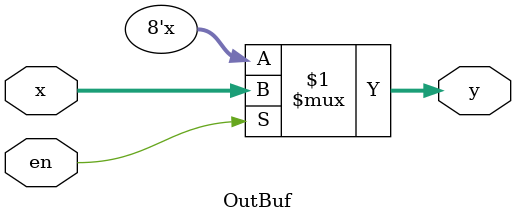
<source format=sv>
`timescale 1ns / 1ps

module DedicatedProcessor (
    input  logic       clk,
    input  logic       reset,
    output logic [7:0] OutBuffer
);

    logic ASrcMuxSel;
    logic AEn;
    logic ALt10;
    logic OutBufEn;
    logic [$clog2(10_000_000)-1:0] div_counter;
    logic clk_10hz;

    always_ff @(posedge clk, posedge reset) begin
        if (reset) begin
            div_counter <= 0;
        end else begin
            if (div_counter == 10_000_000 - 1) begin
                div_counter <= 0;
                clk_10hz    <= 1'b1;
            end else begin
                div_counter <= div_counter + 1;
                clk_10hz    <= 1'b0;
            end
        end
    end

    ControlUnit U_ControlUnit (
        //.clk(clk_10hz), // bitstream
        .*
    );

    DataPath U_DataPath (
        //.clk(clk_10hz), // bitstream
        .*
    );

endmodule


module ControlUnit (
    input  logic clk,
    input  logic reset,
    input  logic ALt10,
    output logic ASrcMuxSel,
    output logic AEn,
    output logic OutBufEn
);

    typedef enum {
        S0,
        S1,
        S2,
        S3,
        S4
    } state_e;

    state_e state, next_state;

    always_ff @(posedge clk, posedge reset) begin
        if (reset) begin
            state <= S0;
        end else begin
            state <= next_state;
        end
    end

    always_comb begin
        ASrcMuxSel = 0;
        AEn        = 0;
        OutBufEn   = 0;
        next_state = state;
        case (state)
            S0: begin
                ASrcMuxSel = 0;
                AEn        = 1;
                OutBufEn   = 0;
                next_state = S1;
            end
            S1: begin
                ASrcMuxSel = 1;
                AEn        = 0;
                OutBufEn   = 0;
                if (ALt10) next_state = S2;
                else next_state = S4;
            end
            S2: begin
                ASrcMuxSel = 1;
                AEn        = 0;
                OutBufEn   = 1;
                next_state = S3;
            end
            S3: begin
                ASrcMuxSel = 1;
                AEn        = 1;
                OutBufEn   = 0;
                next_state = S1;
            end
            S4: begin
                ASrcMuxSel = 1;
                AEn        = 0;
                OutBufEn   = 0;
                next_state = S4;
            end
        endcase
    end

endmodule


module DataPath (
    input  logic       clk,
    input  logic       reset,
    input  logic       ASrcMuxSel,
    input  logic       AEn,
    input  logic       OutBufEn,
    output logic       ALt10,
    output logic [7:0] OutBuffer
);

    logic [7:0] AdderResult, ASrcMuxOut, ARegOut;
    logic [7:0] SumResult, BSrcMuxOut, BRegOut;

    Mux_2x1 U_ASrcMux (
        .sel(ASrcMuxSel),
        .x0 (8'b0),
        .x1 (AdderResult),
        .y  (ASrcMuxOut)
    );

    Register U_A_Reg (
        .clk  (clk),
        .reset(reset),
        .en   (AEn),
        .d    (ASrcMuxOut),
        .q    (ARegOut)
    );

    Comparator U_ALt10 (
        .a (ARegOut),
        .b (8'd11),    // 8'd11
        .lt(ALt10)
    );

    Adder U_Adder (
        .a  (ARegOut),
        .b  (8'd1),
        .sum(AdderResult)
    );

    // OutBuf U_OutBuf (
    //     .en(OutBufEn),
    //     .x (ARegOut),
    //     .y (OutBuffer)
    // );

    // Register U_OutReg (
    //     .clk  (clk),
    //     .reset(reset),
    //     .en   (OutBufEn),
    //     .d    (ARegOut),
    //     .q    (OutBuffer)
    // );

    /*************** B ***************/
    Mux_2x1 U_BSrcMux (
        .sel(ASrcMuxSel),
        .x0 (8'b0),
        .x1 (SumResult),
        .y  (BSrcMuxOut)
    );

    Register U_B_Reg (
        .clk  (clk),
        .reset(reset),
        .en   (AEn),
        .d    (BSrcMuxOut),
        .q    (BRegOut)
    );

    Adder U_Sum (
        .a  (AdderResult),
        .b  (BRegOut),
        .sum(SumResult)
    );

    Register U_OutReg (
        .clk  (clk),
        .reset(reset),
        .en   (OutBufEn),
        .d    (BRegOut),
        .q    (OutBuffer)
    );

endmodule


module Register (
    input  logic       clk,
    input  logic       reset,
    input  logic       en,
    input  logic [7:0] d,
    output logic [7:0] q
);

    always_ff @(posedge clk, posedge reset) begin
        if (reset) begin
            q <= 0;
        end else begin
            if (en) begin
                q <= d;
            end
        end
    end

endmodule


module Mux_2x1 (
    input  logic       sel,
    input  logic [7:0] x0,
    input  logic [7:0] x1,
    output logic [7:0] y
);

    always_comb begin
        y = 8'b0;
        case (sel)
            1'b0: y = x0;
            1'b1: y = x1;
        endcase
    end

endmodule


module Adder (
    input  logic [7:0] a,
    input  logic [7:0] b,
    output logic [7:0] sum
);

    assign sum = a + b;

endmodule


module Comparator (
    input  logic [7:0] a,
    input  logic [7:0] b,
    output logic       lt
);

    assign lt = a < b;

endmodule


module OutBuf (
    input  logic       en,
    input  logic [7:0] x,
    output logic [7:0] y
);

    assign y = en ? x : 8'bx;

endmodule

</source>
